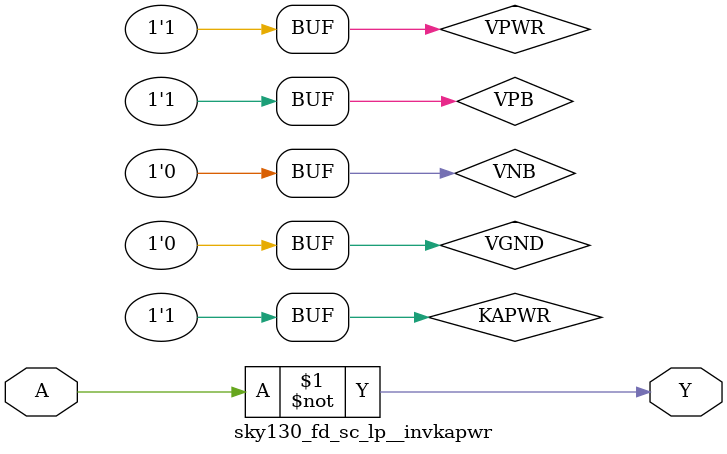
<source format=v>

module sky130_fd_sc_lp__invkapwr (
    Y,
    A
);

    output Y;
    input  A;

    // Voltage supply signals
    supply1 VPWR ;
    supply0 VGND ;
    supply1 KAPWR;
    supply1 VPB  ;
    supply0 VNB  ;

    // Inverter circuit
    assign Y = ~A;

endmodule
</source>
